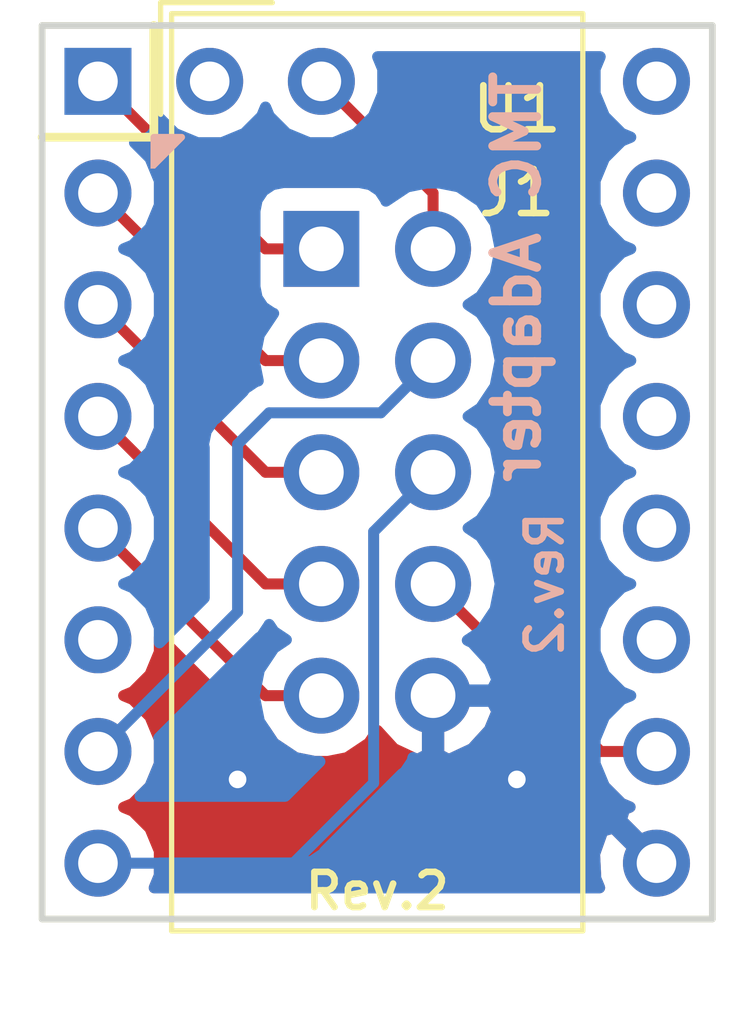
<source format=kicad_pcb>
(kicad_pcb (version 20171130) (host pcbnew 5.0.2+dfsg1-1)

  (general
    (thickness 1.6)
    (drawings 10)
    (tracks 27)
    (zones 0)
    (modules 2)
    (nets 11)
  )

  (page A4)
  (layers
    (0 F.Cu signal)
    (31 B.Cu signal)
    (32 B.Adhes user)
    (33 F.Adhes user)
    (34 B.Paste user)
    (35 F.Paste user)
    (36 B.SilkS user)
    (37 F.SilkS user)
    (38 B.Mask user)
    (39 F.Mask user)
    (40 Dwgs.User user)
    (41 Cmts.User user)
    (42 Eco1.User user)
    (43 Eco2.User user)
    (44 Edge.Cuts user)
    (45 Margin user)
    (46 B.CrtYd user)
    (47 F.CrtYd user)
    (48 B.Fab user)
    (49 F.Fab user)
  )

  (setup
    (last_trace_width 0.25)
    (trace_clearance 0.2)
    (zone_clearance 0.508)
    (zone_45_only no)
    (trace_min 0.2)
    (segment_width 0.2)
    (edge_width 0.15)
    (via_size 0.8)
    (via_drill 0.4)
    (via_min_size 0.4)
    (via_min_drill 0.3)
    (uvia_size 0.3)
    (uvia_drill 0.1)
    (uvias_allowed no)
    (uvia_min_size 0.2)
    (uvia_min_drill 0.1)
    (pcb_text_width 0.3)
    (pcb_text_size 1.5 1.5)
    (mod_edge_width 0.15)
    (mod_text_size 1 1)
    (mod_text_width 0.15)
    (pad_size 1.524 1.524)
    (pad_drill 0.762)
    (pad_to_mask_clearance 0.051)
    (solder_mask_min_width 0.25)
    (aux_axis_origin 0 0)
    (visible_elements FFFFFF7F)
    (pcbplotparams
      (layerselection 0x010fc_ffffffff)
      (usegerberextensions false)
      (usegerberattributes false)
      (usegerberadvancedattributes false)
      (creategerberjobfile false)
      (excludeedgelayer true)
      (linewidth 0.100000)
      (plotframeref false)
      (viasonmask false)
      (mode 1)
      (useauxorigin false)
      (hpglpennumber 1)
      (hpglpenspeed 20)
      (hpglpendiameter 15.000000)
      (psnegative false)
      (psa4output false)
      (plotreference true)
      (plotvalue true)
      (plotinvisibletext false)
      (padsonsilk false)
      (subtractmaskfromsilk false)
      (outputformat 1)
      (mirror false)
      (drillshape 1)
      (scaleselection 1)
      (outputdirectory ""))
  )

  (net 0 "")
  (net 1 EN)
  (net 2 MISO)
  (net 3 SCK)
  (net 4 CS)
  (net 5 MOSI)
  (net 6 DIAG)
  (net 7 STEP)
  (net 8 DIR)
  (net 9 VIO)
  (net 10 GND)

  (net_class Default "This is the default net class."
    (clearance 0.2)
    (trace_width 0.25)
    (via_dia 0.8)
    (via_drill 0.4)
    (uvia_dia 0.3)
    (uvia_drill 0.1)
    (add_net CS)
    (add_net DIAG)
    (add_net DIR)
    (add_net EN)
    (add_net GND)
    (add_net MISO)
    (add_net MOSI)
    (add_net SCK)
    (add_net STEP)
    (add_net VIO)
  )

  (module Connector_IDC:IDC-Header_2x05_P2.54mm_Vertical (layer F.Cu) (tedit 59DE0611) (tstamp 614CAB18)
    (at 158.75 120.015)
    (descr "Through hole straight IDC box header, 2x05, 2.54mm pitch, double rows")
    (tags "Through hole IDC box header THT 2x05 2.54mm double row")
    (path /614AE152)
    (fp_text reference J1 (at 4.445 -1.27) (layer F.SilkS)
      (effects (font (size 1 1) (thickness 0.15)))
    )
    (fp_text value Conn_02x05_Odd_Even (at 1.27 16.764) (layer F.Fab)
      (effects (font (size 1 1) (thickness 0.15)))
    )
    (fp_text user %R (at 1.27 5.08) (layer F.Fab)
      (effects (font (size 1 1) (thickness 0.15)))
    )
    (fp_line (start 5.695 -5.1) (end 5.695 15.26) (layer F.Fab) (width 0.1))
    (fp_line (start 5.145 -4.56) (end 5.145 14.7) (layer F.Fab) (width 0.1))
    (fp_line (start -3.155 -5.1) (end -3.155 15.26) (layer F.Fab) (width 0.1))
    (fp_line (start -2.605 -4.56) (end -2.605 2.83) (layer F.Fab) (width 0.1))
    (fp_line (start -2.605 7.33) (end -2.605 14.7) (layer F.Fab) (width 0.1))
    (fp_line (start -2.605 2.83) (end -3.155 2.83) (layer F.Fab) (width 0.1))
    (fp_line (start -2.605 7.33) (end -3.155 7.33) (layer F.Fab) (width 0.1))
    (fp_line (start 5.695 -5.1) (end -3.155 -5.1) (layer F.Fab) (width 0.1))
    (fp_line (start 5.145 -4.56) (end -2.605 -4.56) (layer F.Fab) (width 0.1))
    (fp_line (start 5.695 15.26) (end -3.155 15.26) (layer F.Fab) (width 0.1))
    (fp_line (start 5.145 14.7) (end -2.605 14.7) (layer F.Fab) (width 0.1))
    (fp_line (start 5.695 -5.1) (end 5.145 -4.56) (layer F.Fab) (width 0.1))
    (fp_line (start 5.695 15.26) (end 5.145 14.7) (layer F.Fab) (width 0.1))
    (fp_line (start -3.155 -5.1) (end -2.605 -4.56) (layer F.Fab) (width 0.1))
    (fp_line (start -3.155 15.26) (end -2.605 14.7) (layer F.Fab) (width 0.1))
    (fp_line (start 5.95 -5.35) (end 5.95 15.51) (layer F.CrtYd) (width 0.05))
    (fp_line (start 5.95 15.51) (end -3.41 15.51) (layer F.CrtYd) (width 0.05))
    (fp_line (start -3.41 15.51) (end -3.41 -5.35) (layer F.CrtYd) (width 0.05))
    (fp_line (start -3.41 -5.35) (end 5.95 -5.35) (layer F.CrtYd) (width 0.05))
    (fp_line (start 5.945 -5.35) (end 5.945 15.51) (layer F.SilkS) (width 0.12))
    (fp_line (start 5.945 15.51) (end -3.405 15.51) (layer F.SilkS) (width 0.12))
    (fp_line (start -3.405 15.51) (end -3.405 -5.35) (layer F.SilkS) (width 0.12))
    (fp_line (start -3.405 -5.35) (end 5.945 -5.35) (layer F.SilkS) (width 0.12))
    (fp_line (start -3.655 -5.6) (end -3.655 -3.06) (layer F.SilkS) (width 0.12))
    (fp_line (start -3.655 -5.6) (end -1.115 -5.6) (layer F.SilkS) (width 0.12))
    (pad 1 thru_hole rect (at 0 0) (size 1.7272 1.7272) (drill 1.016) (layers *.Cu *.Mask)
      (net 1 EN))
    (pad 2 thru_hole oval (at 2.54 0) (size 1.7272 1.7272) (drill 1.016) (layers *.Cu *.Mask)
      (net 6 DIAG))
    (pad 3 thru_hole oval (at 0 2.54) (size 1.7272 1.7272) (drill 1.016) (layers *.Cu *.Mask)
      (net 2 MISO))
    (pad 4 thru_hole oval (at 2.54 2.54) (size 1.7272 1.7272) (drill 1.016) (layers *.Cu *.Mask)
      (net 7 STEP))
    (pad 5 thru_hole oval (at 0 5.08) (size 1.7272 1.7272) (drill 1.016) (layers *.Cu *.Mask)
      (net 3 SCK))
    (pad 6 thru_hole oval (at 2.54 5.08) (size 1.7272 1.7272) (drill 1.016) (layers *.Cu *.Mask)
      (net 8 DIR))
    (pad 7 thru_hole oval (at 0 7.62) (size 1.7272 1.7272) (drill 1.016) (layers *.Cu *.Mask)
      (net 4 CS))
    (pad 8 thru_hole oval (at 2.54 7.62) (size 1.7272 1.7272) (drill 1.016) (layers *.Cu *.Mask)
      (net 9 VIO))
    (pad 9 thru_hole oval (at 0 10.16) (size 1.7272 1.7272) (drill 1.016) (layers *.Cu *.Mask)
      (net 5 MOSI))
    (pad 10 thru_hole oval (at 2.54 10.16) (size 1.7272 1.7272) (drill 1.016) (layers *.Cu *.Mask)
      (net 10 GND))
    (model ${KISYS3DMOD}/Connector_IDC.3dshapes/IDC-Header_2x05_P2.54mm_Vertical.wrl
      (at (xyz 0 0 0))
      (scale (xyz 1 1 1))
      (rotate (xyz 0 0 0))
    )
  )

  (module custom-footprints:TMC-step-stick (layer F.Cu) (tedit 60F3D74F) (tstamp 614CAB36)
    (at 158.75 133.985)
    (path /614AC7D4)
    (fp_text reference U1 (at 4.445 -17.145) (layer F.SilkS)
      (effects (font (size 1 1) (thickness 0.15)))
    )
    (fp_text value TMC-step-stick (at 0 -0.5) (layer F.Fab)
      (effects (font (size 1 1) (thickness 0.15)))
    )
    (fp_line (start -6.35 -19.05) (end 8.89 -19.05) (layer F.SilkS) (width 0.15))
    (fp_line (start 8.89 -19.05) (end 8.89 1.27) (layer F.SilkS) (width 0.15))
    (fp_line (start 8.89 1.27) (end -6.35 1.27) (layer F.SilkS) (width 0.15))
    (fp_line (start -6.35 1.27) (end -6.35 -19.05) (layer F.SilkS) (width 0.15))
    (fp_line (start -6.35 -19.05) (end 8.89 -19.05) (layer F.CrtYd) (width 0.15))
    (fp_line (start 8.89 -19.05) (end 8.89 1.27) (layer F.CrtYd) (width 0.15))
    (fp_line (start 8.89 1.27) (end -6.35 1.27) (layer F.CrtYd) (width 0.15))
    (fp_line (start -6.35 1.27) (end -6.35 -19.05) (layer F.CrtYd) (width 0.15))
    (pad 1 thru_hole rect (at -5.08 -17.78) (size 1.524 1.524) (drill 0.9) (layers *.Cu *.Mask)
      (net 1 EN))
    (pad 2 thru_hole circle (at -5.08 -15.24) (size 1.524 1.524) (drill 0.9) (layers *.Cu *.Mask)
      (net 2 MISO))
    (pad 3 thru_hole circle (at -5.08 -12.7) (size 1.524 1.524) (drill 0.9) (layers *.Cu *.Mask)
      (net 3 SCK))
    (pad 4 thru_hole circle (at -5.08 -10.16) (size 1.524 1.524) (drill 0.9) (layers *.Cu *.Mask)
      (net 4 CS))
    (pad 5 thru_hole circle (at -5.08 -7.62) (size 1.524 1.524) (drill 0.9) (layers *.Cu *.Mask)
      (net 5 MOSI))
    (pad 6 thru_hole circle (at -5.08 -5.08) (size 1.524 1.524) (drill 0.9) (layers *.Cu *.Mask))
    (pad 7 thru_hole circle (at -5.08 -2.54) (size 1.524 1.524) (drill 0.9) (layers *.Cu *.Mask)
      (net 7 STEP))
    (pad 8 thru_hole circle (at -5.08 0) (size 1.524 1.524) (drill 0.9) (layers *.Cu *.Mask)
      (net 8 DIR))
    (pad 9 thru_hole circle (at 7.62 0) (size 1.524 1.524) (drill 0.9) (layers *.Cu *.Mask)
      (net 10 GND))
    (pad 10 thru_hole circle (at 7.62 -2.54) (size 1.524 1.524) (drill 0.9) (layers *.Cu *.Mask)
      (net 9 VIO))
    (pad 11 thru_hole circle (at 7.62 -5.08) (size 1.524 1.524) (drill 0.9) (layers *.Cu *.Mask))
    (pad 12 thru_hole circle (at 7.62 -7.62) (size 1.524 1.524) (drill 0.9) (layers *.Cu *.Mask))
    (pad 13 thru_hole circle (at 7.62 -10.16) (size 1.524 1.524) (drill 0.9) (layers *.Cu *.Mask))
    (pad 14 thru_hole circle (at 7.62 -12.7) (size 1.524 1.524) (drill 0.9) (layers *.Cu *.Mask))
    (pad 15 thru_hole circle (at 7.62 -15.24) (size 1.524 1.524) (drill 0.9) (layers *.Cu *.Mask))
    (pad 16 thru_hole circle (at 7.62 -17.78) (size 1.524 1.524) (drill 0.9) (layers *.Cu *.Mask))
    (pad 17 thru_hole circle (at -2.54 -17.78) (size 1.524 1.524) (drill 0.9) (layers *.Cu *.Mask))
    (pad 18 thru_hole circle (at 0 -17.78) (size 1.524 1.524) (drill 0.9) (layers *.Cu *.Mask)
      (net 6 DIAG))
  )

  (gr_text Rev.2 (at 163.83 127.635 90) (layer B.SilkS)
    (effects (font (size 0.8 0.8) (thickness 0.15)) (justify mirror))
  )
  (gr_text "TMC Adapter" (at 163.195 120.65 90) (layer B.SilkS)
    (effects (font (size 1 1) (thickness 0.2)) (justify mirror))
  )
  (gr_poly (pts (xy 154.94 117.475) (xy 154.94 118.11) (xy 155.575 117.475)) (layer B.SilkS) (width 0.15))
  (gr_line (start 154.94 117.475) (end 154.94 114.935) (layer F.SilkS) (width 0.2))
  (gr_line (start 152.4 117.475) (end 154.94 117.475) (layer F.SilkS) (width 0.2))
  (gr_text Rev.2 (at 160.02 134.62) (layer F.SilkS)
    (effects (font (size 0.8 0.8) (thickness 0.15)))
  )
  (gr_line (start 152.4 135.255) (end 152.4 114.935) (layer Edge.Cuts) (width 0.15))
  (gr_line (start 167.64 135.255) (end 152.4 135.255) (layer Edge.Cuts) (width 0.15))
  (gr_line (start 167.64 114.935) (end 167.64 135.255) (layer Edge.Cuts) (width 0.15))
  (gr_line (start 152.4 114.935) (end 167.64 114.935) (layer Edge.Cuts) (width 0.15))

  (segment (start 157.48 120.015) (end 158.75 120.015) (width 0.25) (layer F.Cu) (net 1))
  (segment (start 153.67 116.205) (end 157.48 120.015) (width 0.25) (layer F.Cu) (net 1))
  (segment (start 157.48 122.555) (end 158.75 122.555) (width 0.25) (layer F.Cu) (net 2))
  (segment (start 153.67 118.745) (end 157.48 122.555) (width 0.25) (layer F.Cu) (net 2))
  (segment (start 157.48 125.095) (end 158.75 125.095) (width 0.25) (layer F.Cu) (net 3))
  (segment (start 153.67 121.285) (end 157.48 125.095) (width 0.25) (layer F.Cu) (net 3))
  (segment (start 157.48 127.635) (end 158.75 127.635) (width 0.25) (layer F.Cu) (net 4))
  (segment (start 153.67 123.825) (end 157.48 127.635) (width 0.25) (layer F.Cu) (net 4))
  (segment (start 157.48 130.175) (end 158.75 130.175) (width 0.25) (layer F.Cu) (net 5))
  (segment (start 153.67 126.365) (end 157.48 130.175) (width 0.25) (layer F.Cu) (net 5))
  (segment (start 161.29 118.745) (end 161.29 120.015) (width 0.25) (layer F.Cu) (net 6))
  (segment (start 158.75 116.205) (end 161.29 118.745) (width 0.25) (layer F.Cu) (net 6))
  (segment (start 153.67 131.445) (end 156.845 128.27) (width 0.25) (layer B.Cu) (net 7))
  (segment (start 156.845 128.27) (end 156.845 124.46) (width 0.25) (layer B.Cu) (net 7))
  (segment (start 160.426401 123.418599) (end 161.29 122.555) (width 0.25) (layer B.Cu) (net 7))
  (segment (start 160.101399 123.743601) (end 160.426401 123.418599) (width 0.25) (layer B.Cu) (net 7))
  (segment (start 157.561399 123.743601) (end 160.101399 123.743601) (width 0.25) (layer B.Cu) (net 7))
  (segment (start 156.845 124.46) (end 157.561399 123.743601) (width 0.25) (layer B.Cu) (net 7))
  (segment (start 153.67 133.985) (end 158.115 133.985) (width 0.25) (layer B.Cu) (net 8))
  (segment (start 159.938601 126.446399) (end 160.426401 125.958599) (width 0.25) (layer B.Cu) (net 8))
  (segment (start 160.426401 125.958599) (end 161.29 125.095) (width 0.25) (layer B.Cu) (net 8))
  (segment (start 159.938601 132.161399) (end 159.938601 126.446399) (width 0.25) (layer B.Cu) (net 8))
  (segment (start 158.115 133.985) (end 159.938601 132.161399) (width 0.25) (layer B.Cu) (net 8))
  (segment (start 165.1 131.445) (end 166.37 131.445) (width 0.25) (layer F.Cu) (net 9))
  (segment (start 161.29 127.635) (end 165.1 131.445) (width 0.25) (layer F.Cu) (net 9))
  (via (at 156.845 132.08) (size 0.8) (drill 0.4) (layers F.Cu B.Cu) (net 10))
  (via (at 163.195 132.08) (size 0.8) (drill 0.4) (layers F.Cu B.Cu) (net 10))

  (zone (net 10) (net_name GND) (layer F.Cu) (tstamp 0) (hatch edge 0.508)
    (connect_pads (clearance 0.508))
    (min_thickness 0.254)
    (fill yes (arc_segments 16) (thermal_gap 0.508) (thermal_bridge_width 0.508))
    (polygon
      (pts
        (xy 152.4 114.935) (xy 167.64 114.935) (xy 167.64 135.255) (xy 152.4 135.255)
      )
    )
    (filled_polygon
      (pts
        (xy 156.889671 130.659473) (xy 156.932071 130.722929) (xy 156.995527 130.765329) (xy 157.183462 130.890904) (xy 157.231605 130.90048)
        (xy 157.405148 130.935) (xy 157.405152 130.935) (xy 157.463177 130.946542) (xy 157.66957 131.25543) (xy 158.165275 131.58665)
        (xy 158.602402 131.6736) (xy 158.897598 131.6736) (xy 159.334725 131.58665) (xy 159.83043 131.25543) (xy 160.023037 130.967174)
        (xy 160.40151 131.381821) (xy 160.930973 131.629968) (xy 161.163 131.509469) (xy 161.163 130.302) (xy 161.143 130.302)
        (xy 161.143 130.048) (xy 161.163 130.048) (xy 161.163 130.028) (xy 161.417 130.028) (xy 161.417 130.048)
        (xy 161.437 130.048) (xy 161.437 130.302) (xy 161.417 130.302) (xy 161.417 131.509469) (xy 161.649027 131.629968)
        (xy 162.17849 131.381821) (xy 162.572688 130.949947) (xy 162.744958 130.534026) (xy 162.623818 130.302002) (xy 162.7886 130.302002)
        (xy 162.7886 130.208401) (xy 164.509671 131.929473) (xy 164.552071 131.992929) (xy 164.615527 132.035329) (xy 164.803462 132.160904)
        (xy 164.851605 132.17048) (xy 165.025148 132.205) (xy 165.025152 132.205) (xy 165.1 132.219888) (xy 165.172863 132.205395)
        (xy 165.18568 132.236337) (xy 165.578663 132.62932) (xy 165.769647 132.708428) (xy 165.638857 132.762603) (xy 165.569392 133.004787)
        (xy 166.37 133.805395) (xy 166.384143 133.791253) (xy 166.563748 133.970858) (xy 166.549605 133.985) (xy 166.563748 133.999143)
        (xy 166.384143 134.178748) (xy 166.37 134.164605) (xy 166.355858 134.178748) (xy 166.176253 133.999143) (xy 166.190395 133.985)
        (xy 165.389787 133.184392) (xy 165.147603 133.253857) (xy 164.960856 133.777302) (xy 164.988638 134.332368) (xy 165.076713 134.545)
        (xy 154.950143 134.545) (xy 155.067 134.262881) (xy 155.067 133.707119) (xy 154.85432 133.193663) (xy 154.461337 132.80068)
        (xy 154.254487 132.715) (xy 154.461337 132.62932) (xy 154.85432 132.236337) (xy 155.067 131.722881) (xy 155.067 131.167119)
        (xy 154.85432 130.653663) (xy 154.461337 130.26068) (xy 154.254487 130.175) (xy 154.461337 130.08932) (xy 154.85432 129.696337)
        (xy 155.067 129.182881) (xy 155.067 128.836802)
      )
    )
  )
  (zone (net 10) (net_name GND) (layer B.Cu) (tstamp 0) (hatch edge 0.508)
    (connect_pads (clearance 0.508))
    (min_thickness 0.254)
    (fill yes (arc_segments 16) (thermal_gap 0.508) (thermal_bridge_width 0.508))
    (polygon
      (pts
        (xy 152.4 114.935) (xy 167.64 114.935) (xy 167.64 135.255) (xy 152.4 135.255)
      )
    )
    (filled_polygon
      (pts
        (xy 164.973 115.927119) (xy 164.973 116.482881) (xy 165.18568 116.996337) (xy 165.578663 117.38932) (xy 165.785513 117.475)
        (xy 165.578663 117.56068) (xy 165.18568 117.953663) (xy 164.973 118.467119) (xy 164.973 119.022881) (xy 165.18568 119.536337)
        (xy 165.578663 119.92932) (xy 165.785513 120.015) (xy 165.578663 120.10068) (xy 165.18568 120.493663) (xy 164.973 121.007119)
        (xy 164.973 121.562881) (xy 165.18568 122.076337) (xy 165.578663 122.46932) (xy 165.785513 122.555) (xy 165.578663 122.64068)
        (xy 165.18568 123.033663) (xy 164.973 123.547119) (xy 164.973 124.102881) (xy 165.18568 124.616337) (xy 165.578663 125.00932)
        (xy 165.785513 125.095) (xy 165.578663 125.18068) (xy 165.18568 125.573663) (xy 164.973 126.087119) (xy 164.973 126.642881)
        (xy 165.18568 127.156337) (xy 165.578663 127.54932) (xy 165.785513 127.635) (xy 165.578663 127.72068) (xy 165.18568 128.113663)
        (xy 164.973 128.627119) (xy 164.973 129.182881) (xy 165.18568 129.696337) (xy 165.578663 130.08932) (xy 165.785513 130.175)
        (xy 165.578663 130.26068) (xy 165.18568 130.653663) (xy 164.973 131.167119) (xy 164.973 131.722881) (xy 165.18568 132.236337)
        (xy 165.578663 132.62932) (xy 165.769647 132.708428) (xy 165.638857 132.762603) (xy 165.569392 133.004787) (xy 166.37 133.805395)
        (xy 166.384143 133.791253) (xy 166.563748 133.970858) (xy 166.549605 133.985) (xy 166.563748 133.999143) (xy 166.384143 134.178748)
        (xy 166.37 134.164605) (xy 166.355858 134.178748) (xy 166.176253 133.999143) (xy 166.190395 133.985) (xy 165.389787 133.184392)
        (xy 165.147603 133.253857) (xy 164.960856 133.777302) (xy 164.988638 134.332368) (xy 165.076713 134.545) (xy 154.950143 134.545)
        (xy 155.067 134.262881) (xy 155.067 133.983001) (xy 158.167152 133.983001) (xy 158.241999 133.997889) (xy 158.316846 133.983001)
        (xy 158.316851 133.983001) (xy 158.538536 133.938905) (xy 158.789928 133.77093) (xy 158.83233 133.707471) (xy 160.585872 131.95393)
        (xy 160.649328 131.91153) (xy 160.762914 131.741537) (xy 160.817303 131.660139) (xy 160.832486 131.583809) (xy 160.930973 131.629968)
        (xy 161.163 131.509469) (xy 161.163 130.302) (xy 161.417 130.302) (xy 161.417 131.509469) (xy 161.649027 131.629968)
        (xy 162.17849 131.381821) (xy 162.572688 130.949947) (xy 162.744958 130.534026) (xy 162.623817 130.302) (xy 161.417 130.302)
        (xy 161.163 130.302) (xy 161.143 130.302) (xy 161.143 130.048) (xy 161.163 130.048) (xy 161.163 130.028)
        (xy 161.417 130.028) (xy 161.417 130.048) (xy 162.623817 130.048) (xy 162.744958 129.815974) (xy 162.572688 129.400053)
        (xy 162.17849 128.968179) (xy 162.068979 128.916854) (xy 162.37043 128.71543) (xy 162.70165 128.219725) (xy 162.817959 127.635)
        (xy 162.70165 127.050275) (xy 162.37043 126.55457) (xy 162.086719 126.365) (xy 162.37043 126.17543) (xy 162.70165 125.679725)
        (xy 162.817959 125.095) (xy 162.70165 124.510275) (xy 162.37043 124.01457) (xy 162.086719 123.825) (xy 162.37043 123.63543)
        (xy 162.70165 123.139725) (xy 162.817959 122.555) (xy 162.70165 121.970275) (xy 162.37043 121.47457) (xy 162.086719 121.285)
        (xy 162.37043 121.09543) (xy 162.70165 120.599725) (xy 162.817959 120.015) (xy 162.70165 119.430275) (xy 162.37043 118.93457)
        (xy 161.874725 118.60335) (xy 161.437598 118.5164) (xy 161.142402 118.5164) (xy 160.705275 118.60335) (xy 160.216932 118.929651)
        (xy 160.211757 118.903635) (xy 160.071409 118.693591) (xy 159.861365 118.553243) (xy 159.6136 118.50396) (xy 157.8864 118.50396)
        (xy 157.638635 118.553243) (xy 157.428591 118.693591) (xy 157.288243 118.903635) (xy 157.23896 119.1514) (xy 157.23896 120.8786)
        (xy 157.288243 121.126365) (xy 157.428591 121.336409) (xy 157.638635 121.476757) (xy 157.664651 121.481932) (xy 157.33835 121.970275)
        (xy 157.222041 122.555) (xy 157.314117 123.017899) (xy 157.264862 123.027697) (xy 157.01347 123.195672) (xy 156.97107 123.259128)
        (xy 156.360528 123.869671) (xy 156.297072 123.912071) (xy 156.254672 123.975527) (xy 156.254671 123.975528) (xy 156.202505 124.0536)
        (xy 156.129097 124.163463) (xy 156.097938 124.320112) (xy 156.070112 124.46) (xy 156.085001 124.534852) (xy 156.085 127.955198)
        (xy 155.067 128.973198) (xy 155.067 128.627119) (xy 154.85432 128.113663) (xy 154.461337 127.72068) (xy 154.254487 127.635)
        (xy 154.461337 127.54932) (xy 154.85432 127.156337) (xy 155.067 126.642881) (xy 155.067 126.087119) (xy 154.85432 125.573663)
        (xy 154.461337 125.18068) (xy 154.254487 125.095) (xy 154.461337 125.00932) (xy 154.85432 124.616337) (xy 155.067 124.102881)
        (xy 155.067 123.547119) (xy 154.85432 123.033663) (xy 154.461337 122.64068) (xy 154.254487 122.555) (xy 154.461337 122.46932)
        (xy 154.85432 122.076337) (xy 155.067 121.562881) (xy 155.067 121.007119) (xy 154.85432 120.493663) (xy 154.461337 120.10068)
        (xy 154.254487 120.015) (xy 154.461337 119.92932) (xy 154.85432 119.536337) (xy 155.067 119.022881) (xy 155.067 118.467119)
        (xy 154.85432 117.953663) (xy 154.50131 117.600653) (xy 154.679765 117.565157) (xy 154.889809 117.424809) (xy 155.030157 117.214765)
        (xy 155.065653 117.03631) (xy 155.418663 117.38932) (xy 155.932119 117.602) (xy 156.487881 117.602) (xy 157.001337 117.38932)
        (xy 157.39432 116.996337) (xy 157.48 116.789487) (xy 157.56568 116.996337) (xy 157.958663 117.38932) (xy 158.472119 117.602)
        (xy 159.027881 117.602) (xy 159.541337 117.38932) (xy 159.93432 116.996337) (xy 160.147 116.482881) (xy 160.147 115.927119)
        (xy 160.030143 115.645) (xy 165.089857 115.645)
      )
    )
    (filled_polygon
      (pts
        (xy 157.66957 128.71543) (xy 157.953281 128.905) (xy 157.66957 129.09457) (xy 157.33835 129.590275) (xy 157.222041 130.175)
        (xy 157.33835 130.759725) (xy 157.66957 131.25543) (xy 158.165275 131.58665) (xy 158.602402 131.6736) (xy 158.716598 131.6736)
        (xy 157.927198 132.463001) (xy 154.627656 132.463001) (xy 154.85432 132.236337) (xy 155.067 131.722881) (xy 155.067 131.167119)
        (xy 155.05402 131.135782) (xy 157.329473 128.860329) (xy 157.392929 128.817929) (xy 157.560904 128.566537) (xy 157.56301 128.555951)
      )
    )
  )
)

</source>
